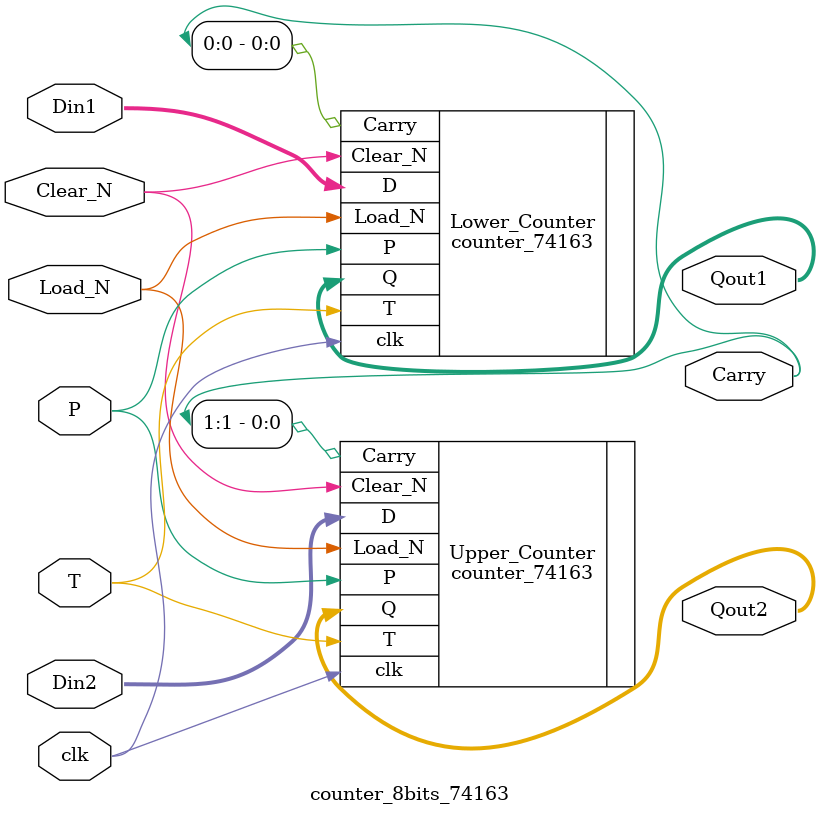
<source format=v>
module counter_8bits_74163
(
	input clk,
	input Load_N,
	input Clear_N,
	input P,
	input T,
	input [3:0] Din1,
	input [3:0] Din2,
	output [3:0] Qout1,
	output [3:0] Qout2,
	output [1:0] Carry
);

counter_74163 Lower_Counter
(
	.clk(clk),
	.Load_N(Load_N),
	.Clear_N(Clear_N),
	.P(P),
	.T(T),
	.D(Din1),
	.Q(Qout1),
	.Carry(Carry[0])
);

counter_74163 Upper_Counter
(
	.clk(clk),
	.Load_N(Load_N),
	.Clear_N(Clear_N),
	.P(P),
	.T(T),
	.D(Din2),
	.Q(Qout2),
	.Carry(Carry[1])
);

endmodule 
</source>
